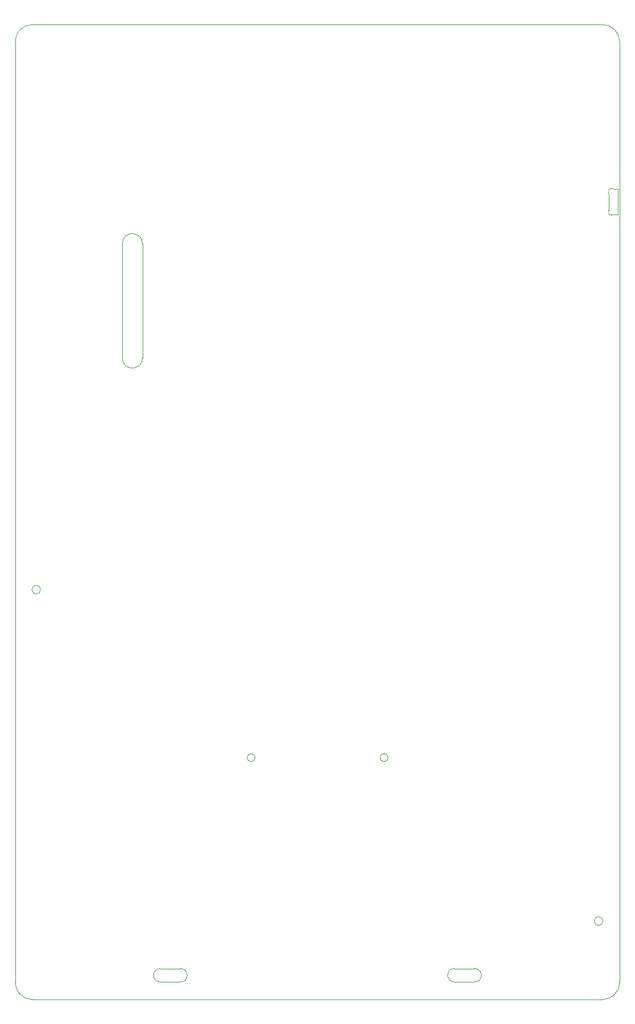
<source format=gm1>
G04 #@! TF.GenerationSoftware,KiCad,Pcbnew,9.0.2*
G04 #@! TF.CreationDate,2025-06-03T18:15:43+02:00*
G04 #@! TF.ProjectId,badgeCarrierCard,62616467-6543-4617-9272-696572436172,rev?*
G04 #@! TF.SameCoordinates,Original*
G04 #@! TF.FileFunction,Profile,NP*
%FSLAX46Y46*%
G04 Gerber Fmt 4.6, Leading zero omitted, Abs format (unit mm)*
G04 Created by KiCad (PCBNEW 9.0.2) date 2025-06-03 18:15:43*
%MOMM*%
%LPD*%
G01*
G04 APERTURE LIST*
G04 #@! TA.AperFunction,Profile*
%ADD10C,0.050000*%
G04 #@! TD*
G04 #@! TA.AperFunction,Profile*
%ADD11C,0.100000*%
G04 #@! TD*
G04 #@! TA.AperFunction,Profile*
%ADD12C,0.010000*%
G04 #@! TD*
G04 APERTURE END LIST*
D10*
X117500000Y-30000000D02*
X32500000Y-30000000D01*
X32500000Y-175000000D02*
G75*
G02*
X30000000Y-172500000I0J2500000D01*
G01*
X54600000Y-170400000D02*
G75*
G02*
X54600000Y-172400000I0J-1000000D01*
G01*
X30000000Y-32500000D02*
G75*
G02*
X32500000Y-30000000I2500000J0D01*
G01*
X95400000Y-172400000D02*
G75*
G02*
X95400000Y-170400000I0J1000000D01*
G01*
X120000000Y-172500000D02*
X120000000Y-32500000D01*
X51600000Y-170400000D02*
X54600000Y-170400000D01*
X120000000Y-172500000D02*
G75*
G02*
X117500000Y-175000000I-2500000J0D01*
G01*
X95400000Y-170400000D02*
X98400000Y-170400000D01*
X51600000Y-172400000D02*
G75*
G02*
X51600000Y-170400000I0J1000000D01*
G01*
X95400000Y-172400000D02*
X98400000Y-172400000D01*
X117500000Y-30000000D02*
G75*
G02*
X120000000Y-32500000I0J-2500000D01*
G01*
X51600000Y-172400000D02*
X54600000Y-172400000D01*
X32500000Y-175000000D02*
X117500000Y-175000000D01*
X30000000Y-32500000D02*
X30000000Y-172500000D01*
X98400000Y-170400000D02*
G75*
G02*
X98400000Y-172400000I0J-1000000D01*
G01*
G04 #@! TO.C,REF\u002A\u002A*
X45935000Y-62585000D02*
X45935000Y-79585000D01*
X48935000Y-79585000D02*
X48935000Y-62585000D01*
X45935000Y-62585000D02*
G75*
G02*
X48935000Y-62585000I1500000J0D01*
G01*
X48935000Y-79585000D02*
G75*
G02*
X45935000Y-79585000I-1500000J0D01*
G01*
D11*
G04 #@! TO.C,U14*
X33775000Y-114037276D02*
G75*
G02*
X32475000Y-114037276I-650000J0D01*
G01*
X32475000Y-114037276D02*
G75*
G02*
X33775000Y-114037276I650000J0D01*
G01*
X65725000Y-139027278D02*
G75*
G02*
X64525000Y-139027278I-600000J0D01*
G01*
X64525000Y-139027278D02*
G75*
G02*
X65725000Y-139027278I600000J0D01*
G01*
X85525000Y-139027278D02*
G75*
G02*
X84325000Y-139027278I-600000J0D01*
G01*
X84325000Y-139027278D02*
G75*
G02*
X85525000Y-139027278I600000J0D01*
G01*
X117525000Y-163337278D02*
G75*
G02*
X116225000Y-163337278I-650000J0D01*
G01*
X116225000Y-163337278D02*
G75*
G02*
X117525000Y-163337278I650000J0D01*
G01*
D12*
G04 #@! TO.C,PWR_BUTTON1*
X118410000Y-55150000D02*
X118410000Y-57550000D01*
X119110000Y-58250000D02*
X119760000Y-58250000D01*
X119760000Y-54450000D02*
X119110000Y-54450000D01*
X119760000Y-58250000D02*
X119760000Y-54450000D01*
X118410000Y-55150000D02*
G75*
G02*
X119110000Y-54450000I400124J299876D01*
G01*
X119110000Y-58250000D02*
G75*
G02*
X118410000Y-57550000I-299876J400124D01*
G01*
G04 #@! TD*
M02*

</source>
